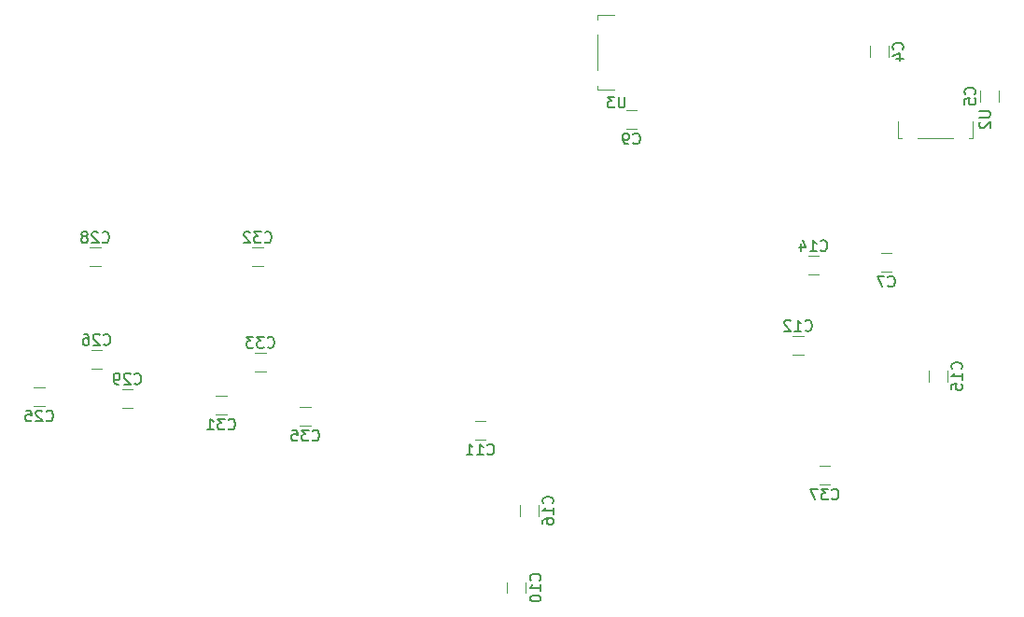
<source format=gbo>
%TF.GenerationSoftware,KiCad,Pcbnew,4.0.6+dfsg1-1*%
%TF.CreationDate,2017-11-11T18:30:39+09:00*%
%TF.ProjectId,USB_DAC1,5553425F444143312E6B696361645F70,rev?*%
%TF.FileFunction,Legend,Bot*%
%FSLAX46Y46*%
G04 Gerber Fmt 4.6, Leading zero omitted, Abs format (unit mm)*
G04 Created by KiCad (PCBNEW 4.0.6+dfsg1-1) date Sat Nov 11 18:30:39 2017*
%MOMM*%
%LPD*%
G01*
G04 APERTURE LIST*
%ADD10C,0.100000*%
%ADD11C,0.120000*%
%ADD12C,0.150000*%
G04 APERTURE END LIST*
D10*
D11*
X57655000Y61095000D02*
X57655000Y60745000D01*
X57655000Y60745000D02*
X59155000Y60745000D01*
X57655000Y65745000D02*
X57655000Y62545000D01*
X59155000Y67545000D02*
X57655000Y67545000D01*
X57655000Y67545000D02*
X57655000Y67145000D01*
X84035000Y64762000D02*
X84035000Y63762000D01*
X82335000Y63762000D02*
X82335000Y64762000D01*
X92368000Y59698000D02*
X92368000Y60698000D01*
X94068000Y60698000D02*
X94068000Y59698000D01*
X84320000Y44235000D02*
X83320000Y44235000D01*
X83320000Y45935000D02*
X84320000Y45935000D01*
X61206000Y57189000D02*
X60206000Y57189000D01*
X60206000Y58889000D02*
X61206000Y58889000D01*
X51142000Y16121000D02*
X51142000Y15121000D01*
X49442000Y15121000D02*
X49442000Y16121000D01*
X47490000Y28995000D02*
X46490000Y28995000D01*
X46490000Y30695000D02*
X47490000Y30695000D01*
X75319000Y38442000D02*
X76319000Y38442000D01*
X76319000Y36742000D02*
X75319000Y36742000D01*
X76716000Y45681000D02*
X77716000Y45681000D01*
X77716000Y43981000D02*
X76716000Y43981000D01*
X89369000Y35298000D02*
X89369000Y34298000D01*
X87669000Y34298000D02*
X87669000Y35298000D01*
X52285000Y23106000D02*
X52285000Y22106000D01*
X50585000Y22106000D02*
X50585000Y23106000D01*
X7485000Y32043000D02*
X6485000Y32043000D01*
X6485000Y33743000D02*
X7485000Y33743000D01*
X11692000Y37172000D02*
X12692000Y37172000D01*
X12692000Y35472000D02*
X11692000Y35472000D01*
X11565000Y46443000D02*
X12565000Y46443000D01*
X12565000Y44743000D02*
X11565000Y44743000D01*
X14486000Y33616000D02*
X15486000Y33616000D01*
X15486000Y31916000D02*
X14486000Y31916000D01*
X23995000Y31281000D02*
X22995000Y31281000D01*
X22995000Y32981000D02*
X23995000Y32981000D01*
X26297000Y46443000D02*
X27297000Y46443000D01*
X27297000Y44743000D02*
X26297000Y44743000D01*
X26551000Y36918000D02*
X27551000Y36918000D01*
X27551000Y35218000D02*
X26551000Y35218000D01*
X31615000Y30265000D02*
X30615000Y30265000D01*
X30615000Y31965000D02*
X31615000Y31965000D01*
X91305000Y56385000D02*
X91655000Y56385000D01*
X91655000Y56385000D02*
X91655000Y57885000D01*
X86655000Y56385000D02*
X89855000Y56385000D01*
X84855000Y57885000D02*
X84855000Y56385000D01*
X84855000Y56385000D02*
X85255000Y56385000D01*
X78732000Y24931000D02*
X77732000Y24931000D01*
X77732000Y26631000D02*
X78732000Y26631000D01*
D12*
X60116905Y60142619D02*
X60116905Y59333095D01*
X60069286Y59237857D01*
X60021667Y59190238D01*
X59926429Y59142619D01*
X59735952Y59142619D01*
X59640714Y59190238D01*
X59593095Y59237857D01*
X59545476Y59333095D01*
X59545476Y60142619D01*
X59164524Y60142619D02*
X58545476Y60142619D01*
X58878810Y59761667D01*
X58735952Y59761667D01*
X58640714Y59714048D01*
X58593095Y59666429D01*
X58545476Y59571190D01*
X58545476Y59333095D01*
X58593095Y59237857D01*
X58640714Y59190238D01*
X58735952Y59142619D01*
X59021667Y59142619D01*
X59116905Y59190238D01*
X59164524Y59237857D01*
X85292143Y64428666D02*
X85339762Y64476285D01*
X85387381Y64619142D01*
X85387381Y64714380D01*
X85339762Y64857238D01*
X85244524Y64952476D01*
X85149286Y65000095D01*
X84958810Y65047714D01*
X84815952Y65047714D01*
X84625476Y65000095D01*
X84530238Y64952476D01*
X84435000Y64857238D01*
X84387381Y64714380D01*
X84387381Y64619142D01*
X84435000Y64476285D01*
X84482619Y64428666D01*
X84720714Y63571523D02*
X85387381Y63571523D01*
X84339762Y63809619D02*
X85054048Y64047714D01*
X85054048Y63428666D01*
X91825143Y60364666D02*
X91872762Y60412285D01*
X91920381Y60555142D01*
X91920381Y60650380D01*
X91872762Y60793238D01*
X91777524Y60888476D01*
X91682286Y60936095D01*
X91491810Y60983714D01*
X91348952Y60983714D01*
X91158476Y60936095D01*
X91063238Y60888476D01*
X90968000Y60793238D01*
X90920381Y60650380D01*
X90920381Y60555142D01*
X90968000Y60412285D01*
X91015619Y60364666D01*
X90920381Y59459904D02*
X90920381Y59936095D01*
X91396571Y59983714D01*
X91348952Y59936095D01*
X91301333Y59840857D01*
X91301333Y59602761D01*
X91348952Y59507523D01*
X91396571Y59459904D01*
X91491810Y59412285D01*
X91729905Y59412285D01*
X91825143Y59459904D01*
X91872762Y59507523D01*
X91920381Y59602761D01*
X91920381Y59840857D01*
X91872762Y59936095D01*
X91825143Y59983714D01*
X83986666Y42977857D02*
X84034285Y42930238D01*
X84177142Y42882619D01*
X84272380Y42882619D01*
X84415238Y42930238D01*
X84510476Y43025476D01*
X84558095Y43120714D01*
X84605714Y43311190D01*
X84605714Y43454048D01*
X84558095Y43644524D01*
X84510476Y43739762D01*
X84415238Y43835000D01*
X84272380Y43882619D01*
X84177142Y43882619D01*
X84034285Y43835000D01*
X83986666Y43787381D01*
X83653333Y43882619D02*
X82986666Y43882619D01*
X83415238Y42882619D01*
X60872666Y55931857D02*
X60920285Y55884238D01*
X61063142Y55836619D01*
X61158380Y55836619D01*
X61301238Y55884238D01*
X61396476Y55979476D01*
X61444095Y56074714D01*
X61491714Y56265190D01*
X61491714Y56408048D01*
X61444095Y56598524D01*
X61396476Y56693762D01*
X61301238Y56789000D01*
X61158380Y56836619D01*
X61063142Y56836619D01*
X60920285Y56789000D01*
X60872666Y56741381D01*
X60396476Y55836619D02*
X60206000Y55836619D01*
X60110761Y55884238D01*
X60063142Y55931857D01*
X59967904Y56074714D01*
X59920285Y56265190D01*
X59920285Y56646143D01*
X59967904Y56741381D01*
X60015523Y56789000D01*
X60110761Y56836619D01*
X60301238Y56836619D01*
X60396476Y56789000D01*
X60444095Y56741381D01*
X60491714Y56646143D01*
X60491714Y56408048D01*
X60444095Y56312810D01*
X60396476Y56265190D01*
X60301238Y56217571D01*
X60110761Y56217571D01*
X60015523Y56265190D01*
X59967904Y56312810D01*
X59920285Y56408048D01*
X52399143Y16263857D02*
X52446762Y16311476D01*
X52494381Y16454333D01*
X52494381Y16549571D01*
X52446762Y16692429D01*
X52351524Y16787667D01*
X52256286Y16835286D01*
X52065810Y16882905D01*
X51922952Y16882905D01*
X51732476Y16835286D01*
X51637238Y16787667D01*
X51542000Y16692429D01*
X51494381Y16549571D01*
X51494381Y16454333D01*
X51542000Y16311476D01*
X51589619Y16263857D01*
X52494381Y15311476D02*
X52494381Y15882905D01*
X52494381Y15597191D02*
X51494381Y15597191D01*
X51637238Y15692429D01*
X51732476Y15787667D01*
X51780095Y15882905D01*
X51494381Y14692429D02*
X51494381Y14597190D01*
X51542000Y14501952D01*
X51589619Y14454333D01*
X51684857Y14406714D01*
X51875333Y14359095D01*
X52113429Y14359095D01*
X52303905Y14406714D01*
X52399143Y14454333D01*
X52446762Y14501952D01*
X52494381Y14597190D01*
X52494381Y14692429D01*
X52446762Y14787667D01*
X52399143Y14835286D01*
X52303905Y14882905D01*
X52113429Y14930524D01*
X51875333Y14930524D01*
X51684857Y14882905D01*
X51589619Y14835286D01*
X51542000Y14787667D01*
X51494381Y14692429D01*
X47632857Y27737857D02*
X47680476Y27690238D01*
X47823333Y27642619D01*
X47918571Y27642619D01*
X48061429Y27690238D01*
X48156667Y27785476D01*
X48204286Y27880714D01*
X48251905Y28071190D01*
X48251905Y28214048D01*
X48204286Y28404524D01*
X48156667Y28499762D01*
X48061429Y28595000D01*
X47918571Y28642619D01*
X47823333Y28642619D01*
X47680476Y28595000D01*
X47632857Y28547381D01*
X46680476Y27642619D02*
X47251905Y27642619D01*
X46966191Y27642619D02*
X46966191Y28642619D01*
X47061429Y28499762D01*
X47156667Y28404524D01*
X47251905Y28356905D01*
X45728095Y27642619D02*
X46299524Y27642619D01*
X46013810Y27642619D02*
X46013810Y28642619D01*
X46109048Y28499762D01*
X46204286Y28404524D01*
X46299524Y28356905D01*
X76461857Y38984857D02*
X76509476Y38937238D01*
X76652333Y38889619D01*
X76747571Y38889619D01*
X76890429Y38937238D01*
X76985667Y39032476D01*
X77033286Y39127714D01*
X77080905Y39318190D01*
X77080905Y39461048D01*
X77033286Y39651524D01*
X76985667Y39746762D01*
X76890429Y39842000D01*
X76747571Y39889619D01*
X76652333Y39889619D01*
X76509476Y39842000D01*
X76461857Y39794381D01*
X75509476Y38889619D02*
X76080905Y38889619D01*
X75795191Y38889619D02*
X75795191Y39889619D01*
X75890429Y39746762D01*
X75985667Y39651524D01*
X76080905Y39603905D01*
X75128524Y39794381D02*
X75080905Y39842000D01*
X74985667Y39889619D01*
X74747571Y39889619D01*
X74652333Y39842000D01*
X74604714Y39794381D01*
X74557095Y39699143D01*
X74557095Y39603905D01*
X74604714Y39461048D01*
X75176143Y38889619D01*
X74557095Y38889619D01*
X77858857Y46223857D02*
X77906476Y46176238D01*
X78049333Y46128619D01*
X78144571Y46128619D01*
X78287429Y46176238D01*
X78382667Y46271476D01*
X78430286Y46366714D01*
X78477905Y46557190D01*
X78477905Y46700048D01*
X78430286Y46890524D01*
X78382667Y46985762D01*
X78287429Y47081000D01*
X78144571Y47128619D01*
X78049333Y47128619D01*
X77906476Y47081000D01*
X77858857Y47033381D01*
X76906476Y46128619D02*
X77477905Y46128619D01*
X77192191Y46128619D02*
X77192191Y47128619D01*
X77287429Y46985762D01*
X77382667Y46890524D01*
X77477905Y46842905D01*
X76049333Y46795286D02*
X76049333Y46128619D01*
X76287429Y47176238D02*
X76525524Y46461952D01*
X75906476Y46461952D01*
X90626143Y35440857D02*
X90673762Y35488476D01*
X90721381Y35631333D01*
X90721381Y35726571D01*
X90673762Y35869429D01*
X90578524Y35964667D01*
X90483286Y36012286D01*
X90292810Y36059905D01*
X90149952Y36059905D01*
X89959476Y36012286D01*
X89864238Y35964667D01*
X89769000Y35869429D01*
X89721381Y35726571D01*
X89721381Y35631333D01*
X89769000Y35488476D01*
X89816619Y35440857D01*
X90721381Y34488476D02*
X90721381Y35059905D01*
X90721381Y34774191D02*
X89721381Y34774191D01*
X89864238Y34869429D01*
X89959476Y34964667D01*
X90007095Y35059905D01*
X89721381Y33583714D02*
X89721381Y34059905D01*
X90197571Y34107524D01*
X90149952Y34059905D01*
X90102333Y33964667D01*
X90102333Y33726571D01*
X90149952Y33631333D01*
X90197571Y33583714D01*
X90292810Y33536095D01*
X90530905Y33536095D01*
X90626143Y33583714D01*
X90673762Y33631333D01*
X90721381Y33726571D01*
X90721381Y33964667D01*
X90673762Y34059905D01*
X90626143Y34107524D01*
X53542143Y23248857D02*
X53589762Y23296476D01*
X53637381Y23439333D01*
X53637381Y23534571D01*
X53589762Y23677429D01*
X53494524Y23772667D01*
X53399286Y23820286D01*
X53208810Y23867905D01*
X53065952Y23867905D01*
X52875476Y23820286D01*
X52780238Y23772667D01*
X52685000Y23677429D01*
X52637381Y23534571D01*
X52637381Y23439333D01*
X52685000Y23296476D01*
X52732619Y23248857D01*
X53637381Y22296476D02*
X53637381Y22867905D01*
X53637381Y22582191D02*
X52637381Y22582191D01*
X52780238Y22677429D01*
X52875476Y22772667D01*
X52923095Y22867905D01*
X52637381Y21439333D02*
X52637381Y21629810D01*
X52685000Y21725048D01*
X52732619Y21772667D01*
X52875476Y21867905D01*
X53065952Y21915524D01*
X53446905Y21915524D01*
X53542143Y21867905D01*
X53589762Y21820286D01*
X53637381Y21725048D01*
X53637381Y21534571D01*
X53589762Y21439333D01*
X53542143Y21391714D01*
X53446905Y21344095D01*
X53208810Y21344095D01*
X53113571Y21391714D01*
X53065952Y21439333D01*
X53018333Y21534571D01*
X53018333Y21725048D01*
X53065952Y21820286D01*
X53113571Y21867905D01*
X53208810Y21915524D01*
X7627857Y30785857D02*
X7675476Y30738238D01*
X7818333Y30690619D01*
X7913571Y30690619D01*
X8056429Y30738238D01*
X8151667Y30833476D01*
X8199286Y30928714D01*
X8246905Y31119190D01*
X8246905Y31262048D01*
X8199286Y31452524D01*
X8151667Y31547762D01*
X8056429Y31643000D01*
X7913571Y31690619D01*
X7818333Y31690619D01*
X7675476Y31643000D01*
X7627857Y31595381D01*
X7246905Y31595381D02*
X7199286Y31643000D01*
X7104048Y31690619D01*
X6865952Y31690619D01*
X6770714Y31643000D01*
X6723095Y31595381D01*
X6675476Y31500143D01*
X6675476Y31404905D01*
X6723095Y31262048D01*
X7294524Y30690619D01*
X6675476Y30690619D01*
X5770714Y31690619D02*
X6246905Y31690619D01*
X6294524Y31214429D01*
X6246905Y31262048D01*
X6151667Y31309667D01*
X5913571Y31309667D01*
X5818333Y31262048D01*
X5770714Y31214429D01*
X5723095Y31119190D01*
X5723095Y30881095D01*
X5770714Y30785857D01*
X5818333Y30738238D01*
X5913571Y30690619D01*
X6151667Y30690619D01*
X6246905Y30738238D01*
X6294524Y30785857D01*
X12834857Y37714857D02*
X12882476Y37667238D01*
X13025333Y37619619D01*
X13120571Y37619619D01*
X13263429Y37667238D01*
X13358667Y37762476D01*
X13406286Y37857714D01*
X13453905Y38048190D01*
X13453905Y38191048D01*
X13406286Y38381524D01*
X13358667Y38476762D01*
X13263429Y38572000D01*
X13120571Y38619619D01*
X13025333Y38619619D01*
X12882476Y38572000D01*
X12834857Y38524381D01*
X12453905Y38524381D02*
X12406286Y38572000D01*
X12311048Y38619619D01*
X12072952Y38619619D01*
X11977714Y38572000D01*
X11930095Y38524381D01*
X11882476Y38429143D01*
X11882476Y38333905D01*
X11930095Y38191048D01*
X12501524Y37619619D01*
X11882476Y37619619D01*
X11025333Y38619619D02*
X11215810Y38619619D01*
X11311048Y38572000D01*
X11358667Y38524381D01*
X11453905Y38381524D01*
X11501524Y38191048D01*
X11501524Y37810095D01*
X11453905Y37714857D01*
X11406286Y37667238D01*
X11311048Y37619619D01*
X11120571Y37619619D01*
X11025333Y37667238D01*
X10977714Y37714857D01*
X10930095Y37810095D01*
X10930095Y38048190D01*
X10977714Y38143429D01*
X11025333Y38191048D01*
X11120571Y38238667D01*
X11311048Y38238667D01*
X11406286Y38191048D01*
X11453905Y38143429D01*
X11501524Y38048190D01*
X12707857Y46985857D02*
X12755476Y46938238D01*
X12898333Y46890619D01*
X12993571Y46890619D01*
X13136429Y46938238D01*
X13231667Y47033476D01*
X13279286Y47128714D01*
X13326905Y47319190D01*
X13326905Y47462048D01*
X13279286Y47652524D01*
X13231667Y47747762D01*
X13136429Y47843000D01*
X12993571Y47890619D01*
X12898333Y47890619D01*
X12755476Y47843000D01*
X12707857Y47795381D01*
X12326905Y47795381D02*
X12279286Y47843000D01*
X12184048Y47890619D01*
X11945952Y47890619D01*
X11850714Y47843000D01*
X11803095Y47795381D01*
X11755476Y47700143D01*
X11755476Y47604905D01*
X11803095Y47462048D01*
X12374524Y46890619D01*
X11755476Y46890619D01*
X11184048Y47462048D02*
X11279286Y47509667D01*
X11326905Y47557286D01*
X11374524Y47652524D01*
X11374524Y47700143D01*
X11326905Y47795381D01*
X11279286Y47843000D01*
X11184048Y47890619D01*
X10993571Y47890619D01*
X10898333Y47843000D01*
X10850714Y47795381D01*
X10803095Y47700143D01*
X10803095Y47652524D01*
X10850714Y47557286D01*
X10898333Y47509667D01*
X10993571Y47462048D01*
X11184048Y47462048D01*
X11279286Y47414429D01*
X11326905Y47366810D01*
X11374524Y47271571D01*
X11374524Y47081095D01*
X11326905Y46985857D01*
X11279286Y46938238D01*
X11184048Y46890619D01*
X10993571Y46890619D01*
X10898333Y46938238D01*
X10850714Y46985857D01*
X10803095Y47081095D01*
X10803095Y47271571D01*
X10850714Y47366810D01*
X10898333Y47414429D01*
X10993571Y47462048D01*
X15628857Y34158857D02*
X15676476Y34111238D01*
X15819333Y34063619D01*
X15914571Y34063619D01*
X16057429Y34111238D01*
X16152667Y34206476D01*
X16200286Y34301714D01*
X16247905Y34492190D01*
X16247905Y34635048D01*
X16200286Y34825524D01*
X16152667Y34920762D01*
X16057429Y35016000D01*
X15914571Y35063619D01*
X15819333Y35063619D01*
X15676476Y35016000D01*
X15628857Y34968381D01*
X15247905Y34968381D02*
X15200286Y35016000D01*
X15105048Y35063619D01*
X14866952Y35063619D01*
X14771714Y35016000D01*
X14724095Y34968381D01*
X14676476Y34873143D01*
X14676476Y34777905D01*
X14724095Y34635048D01*
X15295524Y34063619D01*
X14676476Y34063619D01*
X14200286Y34063619D02*
X14009810Y34063619D01*
X13914571Y34111238D01*
X13866952Y34158857D01*
X13771714Y34301714D01*
X13724095Y34492190D01*
X13724095Y34873143D01*
X13771714Y34968381D01*
X13819333Y35016000D01*
X13914571Y35063619D01*
X14105048Y35063619D01*
X14200286Y35016000D01*
X14247905Y34968381D01*
X14295524Y34873143D01*
X14295524Y34635048D01*
X14247905Y34539810D01*
X14200286Y34492190D01*
X14105048Y34444571D01*
X13914571Y34444571D01*
X13819333Y34492190D01*
X13771714Y34539810D01*
X13724095Y34635048D01*
X24137857Y30023857D02*
X24185476Y29976238D01*
X24328333Y29928619D01*
X24423571Y29928619D01*
X24566429Y29976238D01*
X24661667Y30071476D01*
X24709286Y30166714D01*
X24756905Y30357190D01*
X24756905Y30500048D01*
X24709286Y30690524D01*
X24661667Y30785762D01*
X24566429Y30881000D01*
X24423571Y30928619D01*
X24328333Y30928619D01*
X24185476Y30881000D01*
X24137857Y30833381D01*
X23804524Y30928619D02*
X23185476Y30928619D01*
X23518810Y30547667D01*
X23375952Y30547667D01*
X23280714Y30500048D01*
X23233095Y30452429D01*
X23185476Y30357190D01*
X23185476Y30119095D01*
X23233095Y30023857D01*
X23280714Y29976238D01*
X23375952Y29928619D01*
X23661667Y29928619D01*
X23756905Y29976238D01*
X23804524Y30023857D01*
X22233095Y29928619D02*
X22804524Y29928619D01*
X22518810Y29928619D02*
X22518810Y30928619D01*
X22614048Y30785762D01*
X22709286Y30690524D01*
X22804524Y30642905D01*
X27439857Y46985857D02*
X27487476Y46938238D01*
X27630333Y46890619D01*
X27725571Y46890619D01*
X27868429Y46938238D01*
X27963667Y47033476D01*
X28011286Y47128714D01*
X28058905Y47319190D01*
X28058905Y47462048D01*
X28011286Y47652524D01*
X27963667Y47747762D01*
X27868429Y47843000D01*
X27725571Y47890619D01*
X27630333Y47890619D01*
X27487476Y47843000D01*
X27439857Y47795381D01*
X27106524Y47890619D02*
X26487476Y47890619D01*
X26820810Y47509667D01*
X26677952Y47509667D01*
X26582714Y47462048D01*
X26535095Y47414429D01*
X26487476Y47319190D01*
X26487476Y47081095D01*
X26535095Y46985857D01*
X26582714Y46938238D01*
X26677952Y46890619D01*
X26963667Y46890619D01*
X27058905Y46938238D01*
X27106524Y46985857D01*
X26106524Y47795381D02*
X26058905Y47843000D01*
X25963667Y47890619D01*
X25725571Y47890619D01*
X25630333Y47843000D01*
X25582714Y47795381D01*
X25535095Y47700143D01*
X25535095Y47604905D01*
X25582714Y47462048D01*
X26154143Y46890619D01*
X25535095Y46890619D01*
X27693857Y37460857D02*
X27741476Y37413238D01*
X27884333Y37365619D01*
X27979571Y37365619D01*
X28122429Y37413238D01*
X28217667Y37508476D01*
X28265286Y37603714D01*
X28312905Y37794190D01*
X28312905Y37937048D01*
X28265286Y38127524D01*
X28217667Y38222762D01*
X28122429Y38318000D01*
X27979571Y38365619D01*
X27884333Y38365619D01*
X27741476Y38318000D01*
X27693857Y38270381D01*
X27360524Y38365619D02*
X26741476Y38365619D01*
X27074810Y37984667D01*
X26931952Y37984667D01*
X26836714Y37937048D01*
X26789095Y37889429D01*
X26741476Y37794190D01*
X26741476Y37556095D01*
X26789095Y37460857D01*
X26836714Y37413238D01*
X26931952Y37365619D01*
X27217667Y37365619D01*
X27312905Y37413238D01*
X27360524Y37460857D01*
X26408143Y38365619D02*
X25789095Y38365619D01*
X26122429Y37984667D01*
X25979571Y37984667D01*
X25884333Y37937048D01*
X25836714Y37889429D01*
X25789095Y37794190D01*
X25789095Y37556095D01*
X25836714Y37460857D01*
X25884333Y37413238D01*
X25979571Y37365619D01*
X26265286Y37365619D01*
X26360524Y37413238D01*
X26408143Y37460857D01*
X31757857Y29007857D02*
X31805476Y28960238D01*
X31948333Y28912619D01*
X32043571Y28912619D01*
X32186429Y28960238D01*
X32281667Y29055476D01*
X32329286Y29150714D01*
X32376905Y29341190D01*
X32376905Y29484048D01*
X32329286Y29674524D01*
X32281667Y29769762D01*
X32186429Y29865000D01*
X32043571Y29912619D01*
X31948333Y29912619D01*
X31805476Y29865000D01*
X31757857Y29817381D01*
X31424524Y29912619D02*
X30805476Y29912619D01*
X31138810Y29531667D01*
X30995952Y29531667D01*
X30900714Y29484048D01*
X30853095Y29436429D01*
X30805476Y29341190D01*
X30805476Y29103095D01*
X30853095Y29007857D01*
X30900714Y28960238D01*
X30995952Y28912619D01*
X31281667Y28912619D01*
X31376905Y28960238D01*
X31424524Y29007857D01*
X29900714Y29912619D02*
X30376905Y29912619D01*
X30424524Y29436429D01*
X30376905Y29484048D01*
X30281667Y29531667D01*
X30043571Y29531667D01*
X29948333Y29484048D01*
X29900714Y29436429D01*
X29853095Y29341190D01*
X29853095Y29103095D01*
X29900714Y29007857D01*
X29948333Y28960238D01*
X30043571Y28912619D01*
X30281667Y28912619D01*
X30376905Y28960238D01*
X30424524Y29007857D01*
X92257381Y58846905D02*
X93066905Y58846905D01*
X93162143Y58799286D01*
X93209762Y58751667D01*
X93257381Y58656429D01*
X93257381Y58465952D01*
X93209762Y58370714D01*
X93162143Y58323095D01*
X93066905Y58275476D01*
X92257381Y58275476D01*
X92352619Y57846905D02*
X92305000Y57799286D01*
X92257381Y57704048D01*
X92257381Y57465952D01*
X92305000Y57370714D01*
X92352619Y57323095D01*
X92447857Y57275476D01*
X92543095Y57275476D01*
X92685952Y57323095D01*
X93257381Y57894524D01*
X93257381Y57275476D01*
X78874857Y23673857D02*
X78922476Y23626238D01*
X79065333Y23578619D01*
X79160571Y23578619D01*
X79303429Y23626238D01*
X79398667Y23721476D01*
X79446286Y23816714D01*
X79493905Y24007190D01*
X79493905Y24150048D01*
X79446286Y24340524D01*
X79398667Y24435762D01*
X79303429Y24531000D01*
X79160571Y24578619D01*
X79065333Y24578619D01*
X78922476Y24531000D01*
X78874857Y24483381D01*
X78541524Y24578619D02*
X77922476Y24578619D01*
X78255810Y24197667D01*
X78112952Y24197667D01*
X78017714Y24150048D01*
X77970095Y24102429D01*
X77922476Y24007190D01*
X77922476Y23769095D01*
X77970095Y23673857D01*
X78017714Y23626238D01*
X78112952Y23578619D01*
X78398667Y23578619D01*
X78493905Y23626238D01*
X78541524Y23673857D01*
X77589143Y24578619D02*
X76922476Y24578619D01*
X77351048Y23578619D01*
M02*

</source>
